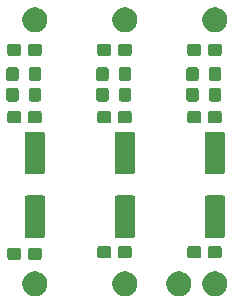
<source format=gbr>
G04 #@! TF.GenerationSoftware,KiCad,Pcbnew,(5.1.5-0-10_14)*
G04 #@! TF.CreationDate,2020-07-09T21:36:47+03:00*
G04 #@! TF.ProjectId,miniRGBii,6d696e69-5247-4426-9969-2e6b69636164,rev?*
G04 #@! TF.SameCoordinates,Original*
G04 #@! TF.FileFunction,Soldermask,Top*
G04 #@! TF.FilePolarity,Negative*
%FSLAX46Y46*%
G04 Gerber Fmt 4.6, Leading zero omitted, Abs format (unit mm)*
G04 Created by KiCad (PCBNEW (5.1.5-0-10_14)) date 2020-07-09 21:36:47*
%MOMM*%
%LPD*%
G04 APERTURE LIST*
%ADD10C,0.100000*%
G04 APERTURE END LIST*
D10*
G36*
X20118564Y-23373389D02*
G01*
X20309833Y-23452615D01*
X20309835Y-23452616D01*
X20481973Y-23567635D01*
X20628365Y-23714027D01*
X20743385Y-23886167D01*
X20822611Y-24077436D01*
X20863000Y-24280484D01*
X20863000Y-24487516D01*
X20822611Y-24690564D01*
X20743385Y-24881833D01*
X20743384Y-24881835D01*
X20628365Y-25053973D01*
X20481973Y-25200365D01*
X20309835Y-25315384D01*
X20309834Y-25315385D01*
X20309833Y-25315385D01*
X20118564Y-25394611D01*
X19915516Y-25435000D01*
X19708484Y-25435000D01*
X19505436Y-25394611D01*
X19314167Y-25315385D01*
X19314166Y-25315385D01*
X19314165Y-25315384D01*
X19142027Y-25200365D01*
X18995635Y-25053973D01*
X18880616Y-24881835D01*
X18880615Y-24881833D01*
X18801389Y-24690564D01*
X18761000Y-24487516D01*
X18761000Y-24280484D01*
X18801389Y-24077436D01*
X18880615Y-23886167D01*
X18995635Y-23714027D01*
X19142027Y-23567635D01*
X19314165Y-23452616D01*
X19314167Y-23452615D01*
X19505436Y-23373389D01*
X19708484Y-23333000D01*
X19915516Y-23333000D01*
X20118564Y-23373389D01*
G37*
G36*
X17070564Y-23373389D02*
G01*
X17261833Y-23452615D01*
X17261835Y-23452616D01*
X17433973Y-23567635D01*
X17580365Y-23714027D01*
X17695385Y-23886167D01*
X17774611Y-24077436D01*
X17815000Y-24280484D01*
X17815000Y-24487516D01*
X17774611Y-24690564D01*
X17695385Y-24881833D01*
X17695384Y-24881835D01*
X17580365Y-25053973D01*
X17433973Y-25200365D01*
X17261835Y-25315384D01*
X17261834Y-25315385D01*
X17261833Y-25315385D01*
X17070564Y-25394611D01*
X16867516Y-25435000D01*
X16660484Y-25435000D01*
X16457436Y-25394611D01*
X16266167Y-25315385D01*
X16266166Y-25315385D01*
X16266165Y-25315384D01*
X16094027Y-25200365D01*
X15947635Y-25053973D01*
X15832616Y-24881835D01*
X15832615Y-24881833D01*
X15753389Y-24690564D01*
X15713000Y-24487516D01*
X15713000Y-24280484D01*
X15753389Y-24077436D01*
X15832615Y-23886167D01*
X15947635Y-23714027D01*
X16094027Y-23567635D01*
X16266165Y-23452616D01*
X16266167Y-23452615D01*
X16457436Y-23373389D01*
X16660484Y-23333000D01*
X16867516Y-23333000D01*
X17070564Y-23373389D01*
G37*
G36*
X12498564Y-23373389D02*
G01*
X12689833Y-23452615D01*
X12689835Y-23452616D01*
X12861973Y-23567635D01*
X13008365Y-23714027D01*
X13123385Y-23886167D01*
X13202611Y-24077436D01*
X13243000Y-24280484D01*
X13243000Y-24487516D01*
X13202611Y-24690564D01*
X13123385Y-24881833D01*
X13123384Y-24881835D01*
X13008365Y-25053973D01*
X12861973Y-25200365D01*
X12689835Y-25315384D01*
X12689834Y-25315385D01*
X12689833Y-25315385D01*
X12498564Y-25394611D01*
X12295516Y-25435000D01*
X12088484Y-25435000D01*
X11885436Y-25394611D01*
X11694167Y-25315385D01*
X11694166Y-25315385D01*
X11694165Y-25315384D01*
X11522027Y-25200365D01*
X11375635Y-25053973D01*
X11260616Y-24881835D01*
X11260615Y-24881833D01*
X11181389Y-24690564D01*
X11141000Y-24487516D01*
X11141000Y-24280484D01*
X11181389Y-24077436D01*
X11260615Y-23886167D01*
X11375635Y-23714027D01*
X11522027Y-23567635D01*
X11694165Y-23452616D01*
X11694167Y-23452615D01*
X11885436Y-23373389D01*
X12088484Y-23333000D01*
X12295516Y-23333000D01*
X12498564Y-23373389D01*
G37*
G36*
X4878564Y-23373389D02*
G01*
X5069833Y-23452615D01*
X5069835Y-23452616D01*
X5241973Y-23567635D01*
X5388365Y-23714027D01*
X5503385Y-23886167D01*
X5582611Y-24077436D01*
X5623000Y-24280484D01*
X5623000Y-24487516D01*
X5582611Y-24690564D01*
X5503385Y-24881833D01*
X5503384Y-24881835D01*
X5388365Y-25053973D01*
X5241973Y-25200365D01*
X5069835Y-25315384D01*
X5069834Y-25315385D01*
X5069833Y-25315385D01*
X4878564Y-25394611D01*
X4675516Y-25435000D01*
X4468484Y-25435000D01*
X4265436Y-25394611D01*
X4074167Y-25315385D01*
X4074166Y-25315385D01*
X4074165Y-25315384D01*
X3902027Y-25200365D01*
X3755635Y-25053973D01*
X3640616Y-24881835D01*
X3640615Y-24881833D01*
X3561389Y-24690564D01*
X3521000Y-24487516D01*
X3521000Y-24280484D01*
X3561389Y-24077436D01*
X3640615Y-23886167D01*
X3755635Y-23714027D01*
X3902027Y-23567635D01*
X4074165Y-23452616D01*
X4074167Y-23452615D01*
X4265436Y-23373389D01*
X4468484Y-23333000D01*
X4675516Y-23333000D01*
X4878564Y-23373389D01*
G37*
G36*
X3236499Y-21322445D02*
G01*
X3273995Y-21333820D01*
X3308554Y-21352292D01*
X3338847Y-21377153D01*
X3363708Y-21407446D01*
X3382180Y-21442005D01*
X3393555Y-21479501D01*
X3398000Y-21524638D01*
X3398000Y-22163362D01*
X3393555Y-22208499D01*
X3382180Y-22245995D01*
X3363708Y-22280554D01*
X3338847Y-22310847D01*
X3308554Y-22335708D01*
X3273995Y-22354180D01*
X3236499Y-22365555D01*
X3191362Y-22370000D01*
X2452638Y-22370000D01*
X2407501Y-22365555D01*
X2370005Y-22354180D01*
X2335446Y-22335708D01*
X2305153Y-22310847D01*
X2280292Y-22280554D01*
X2261820Y-22245995D01*
X2250445Y-22208499D01*
X2246000Y-22163362D01*
X2246000Y-21524638D01*
X2250445Y-21479501D01*
X2261820Y-21442005D01*
X2280292Y-21407446D01*
X2305153Y-21377153D01*
X2335446Y-21352292D01*
X2370005Y-21333820D01*
X2407501Y-21322445D01*
X2452638Y-21318000D01*
X3191362Y-21318000D01*
X3236499Y-21322445D01*
G37*
G36*
X4986499Y-21322445D02*
G01*
X5023995Y-21333820D01*
X5058554Y-21352292D01*
X5088847Y-21377153D01*
X5113708Y-21407446D01*
X5132180Y-21442005D01*
X5143555Y-21479501D01*
X5148000Y-21524638D01*
X5148000Y-22163362D01*
X5143555Y-22208499D01*
X5132180Y-22245995D01*
X5113708Y-22280554D01*
X5088847Y-22310847D01*
X5058554Y-22335708D01*
X5023995Y-22354180D01*
X4986499Y-22365555D01*
X4941362Y-22370000D01*
X4202638Y-22370000D01*
X4157501Y-22365555D01*
X4120005Y-22354180D01*
X4085446Y-22335708D01*
X4055153Y-22310847D01*
X4030292Y-22280554D01*
X4011820Y-22245995D01*
X4000445Y-22208499D01*
X3996000Y-22163362D01*
X3996000Y-21524638D01*
X4000445Y-21479501D01*
X4011820Y-21442005D01*
X4030292Y-21407446D01*
X4055153Y-21377153D01*
X4085446Y-21352292D01*
X4120005Y-21333820D01*
X4157501Y-21322445D01*
X4202638Y-21318000D01*
X4941362Y-21318000D01*
X4986499Y-21322445D01*
G37*
G36*
X18476499Y-21195445D02*
G01*
X18513995Y-21206820D01*
X18548554Y-21225292D01*
X18578847Y-21250153D01*
X18603708Y-21280446D01*
X18622180Y-21315005D01*
X18633555Y-21352501D01*
X18638000Y-21397638D01*
X18638000Y-22036362D01*
X18633555Y-22081499D01*
X18622180Y-22118995D01*
X18603708Y-22153554D01*
X18578847Y-22183847D01*
X18548554Y-22208708D01*
X18513995Y-22227180D01*
X18476499Y-22238555D01*
X18431362Y-22243000D01*
X17692638Y-22243000D01*
X17647501Y-22238555D01*
X17610005Y-22227180D01*
X17575446Y-22208708D01*
X17545153Y-22183847D01*
X17520292Y-22153554D01*
X17501820Y-22118995D01*
X17490445Y-22081499D01*
X17486000Y-22036362D01*
X17486000Y-21397638D01*
X17490445Y-21352501D01*
X17501820Y-21315005D01*
X17520292Y-21280446D01*
X17545153Y-21250153D01*
X17575446Y-21225292D01*
X17610005Y-21206820D01*
X17647501Y-21195445D01*
X17692638Y-21191000D01*
X18431362Y-21191000D01*
X18476499Y-21195445D01*
G37*
G36*
X12606499Y-21195445D02*
G01*
X12643995Y-21206820D01*
X12678554Y-21225292D01*
X12708847Y-21250153D01*
X12733708Y-21280446D01*
X12752180Y-21315005D01*
X12763555Y-21352501D01*
X12768000Y-21397638D01*
X12768000Y-22036362D01*
X12763555Y-22081499D01*
X12752180Y-22118995D01*
X12733708Y-22153554D01*
X12708847Y-22183847D01*
X12678554Y-22208708D01*
X12643995Y-22227180D01*
X12606499Y-22238555D01*
X12561362Y-22243000D01*
X11822638Y-22243000D01*
X11777501Y-22238555D01*
X11740005Y-22227180D01*
X11705446Y-22208708D01*
X11675153Y-22183847D01*
X11650292Y-22153554D01*
X11631820Y-22118995D01*
X11620445Y-22081499D01*
X11616000Y-22036362D01*
X11616000Y-21397638D01*
X11620445Y-21352501D01*
X11631820Y-21315005D01*
X11650292Y-21280446D01*
X11675153Y-21250153D01*
X11705446Y-21225292D01*
X11740005Y-21206820D01*
X11777501Y-21195445D01*
X11822638Y-21191000D01*
X12561362Y-21191000D01*
X12606499Y-21195445D01*
G37*
G36*
X10856499Y-21195445D02*
G01*
X10893995Y-21206820D01*
X10928554Y-21225292D01*
X10958847Y-21250153D01*
X10983708Y-21280446D01*
X11002180Y-21315005D01*
X11013555Y-21352501D01*
X11018000Y-21397638D01*
X11018000Y-22036362D01*
X11013555Y-22081499D01*
X11002180Y-22118995D01*
X10983708Y-22153554D01*
X10958847Y-22183847D01*
X10928554Y-22208708D01*
X10893995Y-22227180D01*
X10856499Y-22238555D01*
X10811362Y-22243000D01*
X10072638Y-22243000D01*
X10027501Y-22238555D01*
X9990005Y-22227180D01*
X9955446Y-22208708D01*
X9925153Y-22183847D01*
X9900292Y-22153554D01*
X9881820Y-22118995D01*
X9870445Y-22081499D01*
X9866000Y-22036362D01*
X9866000Y-21397638D01*
X9870445Y-21352501D01*
X9881820Y-21315005D01*
X9900292Y-21280446D01*
X9925153Y-21250153D01*
X9955446Y-21225292D01*
X9990005Y-21206820D01*
X10027501Y-21195445D01*
X10072638Y-21191000D01*
X10811362Y-21191000D01*
X10856499Y-21195445D01*
G37*
G36*
X20226499Y-21195445D02*
G01*
X20263995Y-21206820D01*
X20298554Y-21225292D01*
X20328847Y-21250153D01*
X20353708Y-21280446D01*
X20372180Y-21315005D01*
X20383555Y-21352501D01*
X20388000Y-21397638D01*
X20388000Y-22036362D01*
X20383555Y-22081499D01*
X20372180Y-22118995D01*
X20353708Y-22153554D01*
X20328847Y-22183847D01*
X20298554Y-22208708D01*
X20263995Y-22227180D01*
X20226499Y-22238555D01*
X20181362Y-22243000D01*
X19442638Y-22243000D01*
X19397501Y-22238555D01*
X19360005Y-22227180D01*
X19325446Y-22208708D01*
X19295153Y-22183847D01*
X19270292Y-22153554D01*
X19251820Y-22118995D01*
X19240445Y-22081499D01*
X19236000Y-22036362D01*
X19236000Y-21397638D01*
X19240445Y-21352501D01*
X19251820Y-21315005D01*
X19270292Y-21280446D01*
X19295153Y-21250153D01*
X19325446Y-21225292D01*
X19360005Y-21206820D01*
X19397501Y-21195445D01*
X19442638Y-21191000D01*
X20181362Y-21191000D01*
X20226499Y-21195445D01*
G37*
G36*
X20517997Y-16905051D02*
G01*
X20551652Y-16915261D01*
X20582665Y-16931838D01*
X20609851Y-16954149D01*
X20632162Y-16981335D01*
X20648739Y-17012348D01*
X20658949Y-17046003D01*
X20663000Y-17087138D01*
X20663000Y-20316862D01*
X20658949Y-20357997D01*
X20648739Y-20391652D01*
X20632162Y-20422665D01*
X20609851Y-20449851D01*
X20582665Y-20472162D01*
X20551652Y-20488739D01*
X20517997Y-20498949D01*
X20476862Y-20503000D01*
X19147138Y-20503000D01*
X19106003Y-20498949D01*
X19072348Y-20488739D01*
X19041335Y-20472162D01*
X19014149Y-20449851D01*
X18991838Y-20422665D01*
X18975261Y-20391652D01*
X18965051Y-20357997D01*
X18961000Y-20316862D01*
X18961000Y-17087138D01*
X18965051Y-17046003D01*
X18975261Y-17012348D01*
X18991838Y-16981335D01*
X19014149Y-16954149D01*
X19041335Y-16931838D01*
X19072348Y-16915261D01*
X19106003Y-16905051D01*
X19147138Y-16901000D01*
X20476862Y-16901000D01*
X20517997Y-16905051D01*
G37*
G36*
X12897997Y-16905051D02*
G01*
X12931652Y-16915261D01*
X12962665Y-16931838D01*
X12989851Y-16954149D01*
X13012162Y-16981335D01*
X13028739Y-17012348D01*
X13038949Y-17046003D01*
X13043000Y-17087138D01*
X13043000Y-20316862D01*
X13038949Y-20357997D01*
X13028739Y-20391652D01*
X13012162Y-20422665D01*
X12989851Y-20449851D01*
X12962665Y-20472162D01*
X12931652Y-20488739D01*
X12897997Y-20498949D01*
X12856862Y-20503000D01*
X11527138Y-20503000D01*
X11486003Y-20498949D01*
X11452348Y-20488739D01*
X11421335Y-20472162D01*
X11394149Y-20449851D01*
X11371838Y-20422665D01*
X11355261Y-20391652D01*
X11345051Y-20357997D01*
X11341000Y-20316862D01*
X11341000Y-17087138D01*
X11345051Y-17046003D01*
X11355261Y-17012348D01*
X11371838Y-16981335D01*
X11394149Y-16954149D01*
X11421335Y-16931838D01*
X11452348Y-16915261D01*
X11486003Y-16905051D01*
X11527138Y-16901000D01*
X12856862Y-16901000D01*
X12897997Y-16905051D01*
G37*
G36*
X5277997Y-16905051D02*
G01*
X5311652Y-16915261D01*
X5342665Y-16931838D01*
X5369851Y-16954149D01*
X5392162Y-16981335D01*
X5408739Y-17012348D01*
X5418949Y-17046003D01*
X5423000Y-17087138D01*
X5423000Y-20316862D01*
X5418949Y-20357997D01*
X5408739Y-20391652D01*
X5392162Y-20422665D01*
X5369851Y-20449851D01*
X5342665Y-20472162D01*
X5311652Y-20488739D01*
X5277997Y-20498949D01*
X5236862Y-20503000D01*
X3907138Y-20503000D01*
X3866003Y-20498949D01*
X3832348Y-20488739D01*
X3801335Y-20472162D01*
X3774149Y-20449851D01*
X3751838Y-20422665D01*
X3735261Y-20391652D01*
X3725051Y-20357997D01*
X3721000Y-20316862D01*
X3721000Y-17087138D01*
X3725051Y-17046003D01*
X3735261Y-17012348D01*
X3751838Y-16981335D01*
X3774149Y-16954149D01*
X3801335Y-16931838D01*
X3832348Y-16915261D01*
X3866003Y-16905051D01*
X3907138Y-16901000D01*
X5236862Y-16901000D01*
X5277997Y-16905051D01*
G37*
G36*
X20517997Y-11505051D02*
G01*
X20551652Y-11515261D01*
X20582665Y-11531838D01*
X20609851Y-11554149D01*
X20632162Y-11581335D01*
X20648739Y-11612348D01*
X20658949Y-11646003D01*
X20663000Y-11687138D01*
X20663000Y-14916862D01*
X20658949Y-14957997D01*
X20648739Y-14991652D01*
X20632162Y-15022665D01*
X20609851Y-15049851D01*
X20582665Y-15072162D01*
X20551652Y-15088739D01*
X20517997Y-15098949D01*
X20476862Y-15103000D01*
X19147138Y-15103000D01*
X19106003Y-15098949D01*
X19072348Y-15088739D01*
X19041335Y-15072162D01*
X19014149Y-15049851D01*
X18991838Y-15022665D01*
X18975261Y-14991652D01*
X18965051Y-14957997D01*
X18961000Y-14916862D01*
X18961000Y-11687138D01*
X18965051Y-11646003D01*
X18975261Y-11612348D01*
X18991838Y-11581335D01*
X19014149Y-11554149D01*
X19041335Y-11531838D01*
X19072348Y-11515261D01*
X19106003Y-11505051D01*
X19147138Y-11501000D01*
X20476862Y-11501000D01*
X20517997Y-11505051D01*
G37*
G36*
X12897997Y-11505051D02*
G01*
X12931652Y-11515261D01*
X12962665Y-11531838D01*
X12989851Y-11554149D01*
X13012162Y-11581335D01*
X13028739Y-11612348D01*
X13038949Y-11646003D01*
X13043000Y-11687138D01*
X13043000Y-14916862D01*
X13038949Y-14957997D01*
X13028739Y-14991652D01*
X13012162Y-15022665D01*
X12989851Y-15049851D01*
X12962665Y-15072162D01*
X12931652Y-15088739D01*
X12897997Y-15098949D01*
X12856862Y-15103000D01*
X11527138Y-15103000D01*
X11486003Y-15098949D01*
X11452348Y-15088739D01*
X11421335Y-15072162D01*
X11394149Y-15049851D01*
X11371838Y-15022665D01*
X11355261Y-14991652D01*
X11345051Y-14957997D01*
X11341000Y-14916862D01*
X11341000Y-11687138D01*
X11345051Y-11646003D01*
X11355261Y-11612348D01*
X11371838Y-11581335D01*
X11394149Y-11554149D01*
X11421335Y-11531838D01*
X11452348Y-11515261D01*
X11486003Y-11505051D01*
X11527138Y-11501000D01*
X12856862Y-11501000D01*
X12897997Y-11505051D01*
G37*
G36*
X5277997Y-11505051D02*
G01*
X5311652Y-11515261D01*
X5342665Y-11531838D01*
X5369851Y-11554149D01*
X5392162Y-11581335D01*
X5408739Y-11612348D01*
X5418949Y-11646003D01*
X5423000Y-11687138D01*
X5423000Y-14916862D01*
X5418949Y-14957997D01*
X5408739Y-14991652D01*
X5392162Y-15022665D01*
X5369851Y-15049851D01*
X5342665Y-15072162D01*
X5311652Y-15088739D01*
X5277997Y-15098949D01*
X5236862Y-15103000D01*
X3907138Y-15103000D01*
X3866003Y-15098949D01*
X3832348Y-15088739D01*
X3801335Y-15072162D01*
X3774149Y-15049851D01*
X3751838Y-15022665D01*
X3735261Y-14991652D01*
X3725051Y-14957997D01*
X3721000Y-14916862D01*
X3721000Y-11687138D01*
X3725051Y-11646003D01*
X3735261Y-11612348D01*
X3751838Y-11581335D01*
X3774149Y-11554149D01*
X3801335Y-11531838D01*
X3832348Y-11515261D01*
X3866003Y-11505051D01*
X3907138Y-11501000D01*
X5236862Y-11501000D01*
X5277997Y-11505051D01*
G37*
G36*
X3236499Y-9765445D02*
G01*
X3273995Y-9776820D01*
X3308554Y-9795292D01*
X3338847Y-9820153D01*
X3363708Y-9850446D01*
X3382180Y-9885005D01*
X3393555Y-9922501D01*
X3398000Y-9967638D01*
X3398000Y-10606362D01*
X3393555Y-10651499D01*
X3382180Y-10688995D01*
X3363708Y-10723554D01*
X3338847Y-10753847D01*
X3308554Y-10778708D01*
X3273995Y-10797180D01*
X3236499Y-10808555D01*
X3191362Y-10813000D01*
X2452638Y-10813000D01*
X2407501Y-10808555D01*
X2370005Y-10797180D01*
X2335446Y-10778708D01*
X2305153Y-10753847D01*
X2280292Y-10723554D01*
X2261820Y-10688995D01*
X2250445Y-10651499D01*
X2246000Y-10606362D01*
X2246000Y-9967638D01*
X2250445Y-9922501D01*
X2261820Y-9885005D01*
X2280292Y-9850446D01*
X2305153Y-9820153D01*
X2335446Y-9795292D01*
X2370005Y-9776820D01*
X2407501Y-9765445D01*
X2452638Y-9761000D01*
X3191362Y-9761000D01*
X3236499Y-9765445D01*
G37*
G36*
X4986499Y-9765445D02*
G01*
X5023995Y-9776820D01*
X5058554Y-9795292D01*
X5088847Y-9820153D01*
X5113708Y-9850446D01*
X5132180Y-9885005D01*
X5143555Y-9922501D01*
X5148000Y-9967638D01*
X5148000Y-10606362D01*
X5143555Y-10651499D01*
X5132180Y-10688995D01*
X5113708Y-10723554D01*
X5088847Y-10753847D01*
X5058554Y-10778708D01*
X5023995Y-10797180D01*
X4986499Y-10808555D01*
X4941362Y-10813000D01*
X4202638Y-10813000D01*
X4157501Y-10808555D01*
X4120005Y-10797180D01*
X4085446Y-10778708D01*
X4055153Y-10753847D01*
X4030292Y-10723554D01*
X4011820Y-10688995D01*
X4000445Y-10651499D01*
X3996000Y-10606362D01*
X3996000Y-9967638D01*
X4000445Y-9922501D01*
X4011820Y-9885005D01*
X4030292Y-9850446D01*
X4055153Y-9820153D01*
X4085446Y-9795292D01*
X4120005Y-9776820D01*
X4157501Y-9765445D01*
X4202638Y-9761000D01*
X4941362Y-9761000D01*
X4986499Y-9765445D01*
G37*
G36*
X12606499Y-9765445D02*
G01*
X12643995Y-9776820D01*
X12678554Y-9795292D01*
X12708847Y-9820153D01*
X12733708Y-9850446D01*
X12752180Y-9885005D01*
X12763555Y-9922501D01*
X12768000Y-9967638D01*
X12768000Y-10606362D01*
X12763555Y-10651499D01*
X12752180Y-10688995D01*
X12733708Y-10723554D01*
X12708847Y-10753847D01*
X12678554Y-10778708D01*
X12643995Y-10797180D01*
X12606499Y-10808555D01*
X12561362Y-10813000D01*
X11822638Y-10813000D01*
X11777501Y-10808555D01*
X11740005Y-10797180D01*
X11705446Y-10778708D01*
X11675153Y-10753847D01*
X11650292Y-10723554D01*
X11631820Y-10688995D01*
X11620445Y-10651499D01*
X11616000Y-10606362D01*
X11616000Y-9967638D01*
X11620445Y-9922501D01*
X11631820Y-9885005D01*
X11650292Y-9850446D01*
X11675153Y-9820153D01*
X11705446Y-9795292D01*
X11740005Y-9776820D01*
X11777501Y-9765445D01*
X11822638Y-9761000D01*
X12561362Y-9761000D01*
X12606499Y-9765445D01*
G37*
G36*
X20226499Y-9765445D02*
G01*
X20263995Y-9776820D01*
X20298554Y-9795292D01*
X20328847Y-9820153D01*
X20353708Y-9850446D01*
X20372180Y-9885005D01*
X20383555Y-9922501D01*
X20388000Y-9967638D01*
X20388000Y-10606362D01*
X20383555Y-10651499D01*
X20372180Y-10688995D01*
X20353708Y-10723554D01*
X20328847Y-10753847D01*
X20298554Y-10778708D01*
X20263995Y-10797180D01*
X20226499Y-10808555D01*
X20181362Y-10813000D01*
X19442638Y-10813000D01*
X19397501Y-10808555D01*
X19360005Y-10797180D01*
X19325446Y-10778708D01*
X19295153Y-10753847D01*
X19270292Y-10723554D01*
X19251820Y-10688995D01*
X19240445Y-10651499D01*
X19236000Y-10606362D01*
X19236000Y-9967638D01*
X19240445Y-9922501D01*
X19251820Y-9885005D01*
X19270292Y-9850446D01*
X19295153Y-9820153D01*
X19325446Y-9795292D01*
X19360005Y-9776820D01*
X19397501Y-9765445D01*
X19442638Y-9761000D01*
X20181362Y-9761000D01*
X20226499Y-9765445D01*
G37*
G36*
X18476499Y-9765445D02*
G01*
X18513995Y-9776820D01*
X18548554Y-9795292D01*
X18578847Y-9820153D01*
X18603708Y-9850446D01*
X18622180Y-9885005D01*
X18633555Y-9922501D01*
X18638000Y-9967638D01*
X18638000Y-10606362D01*
X18633555Y-10651499D01*
X18622180Y-10688995D01*
X18603708Y-10723554D01*
X18578847Y-10753847D01*
X18548554Y-10778708D01*
X18513995Y-10797180D01*
X18476499Y-10808555D01*
X18431362Y-10813000D01*
X17692638Y-10813000D01*
X17647501Y-10808555D01*
X17610005Y-10797180D01*
X17575446Y-10778708D01*
X17545153Y-10753847D01*
X17520292Y-10723554D01*
X17501820Y-10688995D01*
X17490445Y-10651499D01*
X17486000Y-10606362D01*
X17486000Y-9967638D01*
X17490445Y-9922501D01*
X17501820Y-9885005D01*
X17520292Y-9850446D01*
X17545153Y-9820153D01*
X17575446Y-9795292D01*
X17610005Y-9776820D01*
X17647501Y-9765445D01*
X17692638Y-9761000D01*
X18431362Y-9761000D01*
X18476499Y-9765445D01*
G37*
G36*
X10856499Y-9765445D02*
G01*
X10893995Y-9776820D01*
X10928554Y-9795292D01*
X10958847Y-9820153D01*
X10983708Y-9850446D01*
X11002180Y-9885005D01*
X11013555Y-9922501D01*
X11018000Y-9967638D01*
X11018000Y-10606362D01*
X11013555Y-10651499D01*
X11002180Y-10688995D01*
X10983708Y-10723554D01*
X10958847Y-10753847D01*
X10928554Y-10778708D01*
X10893995Y-10797180D01*
X10856499Y-10808555D01*
X10811362Y-10813000D01*
X10072638Y-10813000D01*
X10027501Y-10808555D01*
X9990005Y-10797180D01*
X9955446Y-10778708D01*
X9925153Y-10753847D01*
X9900292Y-10723554D01*
X9881820Y-10688995D01*
X9870445Y-10651499D01*
X9866000Y-10606362D01*
X9866000Y-9967638D01*
X9870445Y-9922501D01*
X9881820Y-9885005D01*
X9900292Y-9850446D01*
X9925153Y-9820153D01*
X9955446Y-9795292D01*
X9990005Y-9776820D01*
X10027501Y-9765445D01*
X10072638Y-9761000D01*
X10811362Y-9761000D01*
X10856499Y-9765445D01*
G37*
G36*
X4936499Y-7810445D02*
G01*
X4973995Y-7821820D01*
X5008554Y-7840292D01*
X5038847Y-7865153D01*
X5063708Y-7895446D01*
X5082180Y-7930005D01*
X5093555Y-7967501D01*
X5098000Y-8012638D01*
X5098000Y-8751362D01*
X5093555Y-8796499D01*
X5082180Y-8833995D01*
X5063708Y-8868554D01*
X5038847Y-8898847D01*
X5008554Y-8923708D01*
X4973995Y-8942180D01*
X4936499Y-8953555D01*
X4891362Y-8958000D01*
X4252638Y-8958000D01*
X4207501Y-8953555D01*
X4170005Y-8942180D01*
X4135446Y-8923708D01*
X4105153Y-8898847D01*
X4080292Y-8868554D01*
X4061820Y-8833995D01*
X4050445Y-8796499D01*
X4046000Y-8751362D01*
X4046000Y-8012638D01*
X4050445Y-7967501D01*
X4061820Y-7930005D01*
X4080292Y-7895446D01*
X4105153Y-7865153D01*
X4135446Y-7840292D01*
X4170005Y-7821820D01*
X4207501Y-7810445D01*
X4252638Y-7806000D01*
X4891362Y-7806000D01*
X4936499Y-7810445D01*
G37*
G36*
X12556499Y-7810445D02*
G01*
X12593995Y-7821820D01*
X12628554Y-7840292D01*
X12658847Y-7865153D01*
X12683708Y-7895446D01*
X12702180Y-7930005D01*
X12713555Y-7967501D01*
X12718000Y-8012638D01*
X12718000Y-8751362D01*
X12713555Y-8796499D01*
X12702180Y-8833995D01*
X12683708Y-8868554D01*
X12658847Y-8898847D01*
X12628554Y-8923708D01*
X12593995Y-8942180D01*
X12556499Y-8953555D01*
X12511362Y-8958000D01*
X11872638Y-8958000D01*
X11827501Y-8953555D01*
X11790005Y-8942180D01*
X11755446Y-8923708D01*
X11725153Y-8898847D01*
X11700292Y-8868554D01*
X11681820Y-8833995D01*
X11670445Y-8796499D01*
X11666000Y-8751362D01*
X11666000Y-8012638D01*
X11670445Y-7967501D01*
X11681820Y-7930005D01*
X11700292Y-7895446D01*
X11725153Y-7865153D01*
X11755446Y-7840292D01*
X11790005Y-7821820D01*
X11827501Y-7810445D01*
X11872638Y-7806000D01*
X12511362Y-7806000D01*
X12556499Y-7810445D01*
G37*
G36*
X18271499Y-7810445D02*
G01*
X18308995Y-7821820D01*
X18343554Y-7840292D01*
X18373847Y-7865153D01*
X18398708Y-7895446D01*
X18417180Y-7930005D01*
X18428555Y-7967501D01*
X18433000Y-8012638D01*
X18433000Y-8751362D01*
X18428555Y-8796499D01*
X18417180Y-8833995D01*
X18398708Y-8868554D01*
X18373847Y-8898847D01*
X18343554Y-8923708D01*
X18308995Y-8942180D01*
X18271499Y-8953555D01*
X18226362Y-8958000D01*
X17587638Y-8958000D01*
X17542501Y-8953555D01*
X17505005Y-8942180D01*
X17470446Y-8923708D01*
X17440153Y-8898847D01*
X17415292Y-8868554D01*
X17396820Y-8833995D01*
X17385445Y-8796499D01*
X17381000Y-8751362D01*
X17381000Y-8012638D01*
X17385445Y-7967501D01*
X17396820Y-7930005D01*
X17415292Y-7895446D01*
X17440153Y-7865153D01*
X17470446Y-7840292D01*
X17505005Y-7821820D01*
X17542501Y-7810445D01*
X17587638Y-7806000D01*
X18226362Y-7806000D01*
X18271499Y-7810445D01*
G37*
G36*
X20176499Y-7810445D02*
G01*
X20213995Y-7821820D01*
X20248554Y-7840292D01*
X20278847Y-7865153D01*
X20303708Y-7895446D01*
X20322180Y-7930005D01*
X20333555Y-7967501D01*
X20338000Y-8012638D01*
X20338000Y-8751362D01*
X20333555Y-8796499D01*
X20322180Y-8833995D01*
X20303708Y-8868554D01*
X20278847Y-8898847D01*
X20248554Y-8923708D01*
X20213995Y-8942180D01*
X20176499Y-8953555D01*
X20131362Y-8958000D01*
X19492638Y-8958000D01*
X19447501Y-8953555D01*
X19410005Y-8942180D01*
X19375446Y-8923708D01*
X19345153Y-8898847D01*
X19320292Y-8868554D01*
X19301820Y-8833995D01*
X19290445Y-8796499D01*
X19286000Y-8751362D01*
X19286000Y-8012638D01*
X19290445Y-7967501D01*
X19301820Y-7930005D01*
X19320292Y-7895446D01*
X19345153Y-7865153D01*
X19375446Y-7840292D01*
X19410005Y-7821820D01*
X19447501Y-7810445D01*
X19492638Y-7806000D01*
X20131362Y-7806000D01*
X20176499Y-7810445D01*
G37*
G36*
X3031499Y-7810445D02*
G01*
X3068995Y-7821820D01*
X3103554Y-7840292D01*
X3133847Y-7865153D01*
X3158708Y-7895446D01*
X3177180Y-7930005D01*
X3188555Y-7967501D01*
X3193000Y-8012638D01*
X3193000Y-8751362D01*
X3188555Y-8796499D01*
X3177180Y-8833995D01*
X3158708Y-8868554D01*
X3133847Y-8898847D01*
X3103554Y-8923708D01*
X3068995Y-8942180D01*
X3031499Y-8953555D01*
X2986362Y-8958000D01*
X2347638Y-8958000D01*
X2302501Y-8953555D01*
X2265005Y-8942180D01*
X2230446Y-8923708D01*
X2200153Y-8898847D01*
X2175292Y-8868554D01*
X2156820Y-8833995D01*
X2145445Y-8796499D01*
X2141000Y-8751362D01*
X2141000Y-8012638D01*
X2145445Y-7967501D01*
X2156820Y-7930005D01*
X2175292Y-7895446D01*
X2200153Y-7865153D01*
X2230446Y-7840292D01*
X2265005Y-7821820D01*
X2302501Y-7810445D01*
X2347638Y-7806000D01*
X2986362Y-7806000D01*
X3031499Y-7810445D01*
G37*
G36*
X10651499Y-7810445D02*
G01*
X10688995Y-7821820D01*
X10723554Y-7840292D01*
X10753847Y-7865153D01*
X10778708Y-7895446D01*
X10797180Y-7930005D01*
X10808555Y-7967501D01*
X10813000Y-8012638D01*
X10813000Y-8751362D01*
X10808555Y-8796499D01*
X10797180Y-8833995D01*
X10778708Y-8868554D01*
X10753847Y-8898847D01*
X10723554Y-8923708D01*
X10688995Y-8942180D01*
X10651499Y-8953555D01*
X10606362Y-8958000D01*
X9967638Y-8958000D01*
X9922501Y-8953555D01*
X9885005Y-8942180D01*
X9850446Y-8923708D01*
X9820153Y-8898847D01*
X9795292Y-8868554D01*
X9776820Y-8833995D01*
X9765445Y-8796499D01*
X9761000Y-8751362D01*
X9761000Y-8012638D01*
X9765445Y-7967501D01*
X9776820Y-7930005D01*
X9795292Y-7895446D01*
X9820153Y-7865153D01*
X9850446Y-7840292D01*
X9885005Y-7821820D01*
X9922501Y-7810445D01*
X9967638Y-7806000D01*
X10606362Y-7806000D01*
X10651499Y-7810445D01*
G37*
G36*
X4936499Y-6060445D02*
G01*
X4973995Y-6071820D01*
X5008554Y-6090292D01*
X5038847Y-6115153D01*
X5063708Y-6145446D01*
X5082180Y-6180005D01*
X5093555Y-6217501D01*
X5098000Y-6262638D01*
X5098000Y-7001362D01*
X5093555Y-7046499D01*
X5082180Y-7083995D01*
X5063708Y-7118554D01*
X5038847Y-7148847D01*
X5008554Y-7173708D01*
X4973995Y-7192180D01*
X4936499Y-7203555D01*
X4891362Y-7208000D01*
X4252638Y-7208000D01*
X4207501Y-7203555D01*
X4170005Y-7192180D01*
X4135446Y-7173708D01*
X4105153Y-7148847D01*
X4080292Y-7118554D01*
X4061820Y-7083995D01*
X4050445Y-7046499D01*
X4046000Y-7001362D01*
X4046000Y-6262638D01*
X4050445Y-6217501D01*
X4061820Y-6180005D01*
X4080292Y-6145446D01*
X4105153Y-6115153D01*
X4135446Y-6090292D01*
X4170005Y-6071820D01*
X4207501Y-6060445D01*
X4252638Y-6056000D01*
X4891362Y-6056000D01*
X4936499Y-6060445D01*
G37*
G36*
X18271499Y-6060445D02*
G01*
X18308995Y-6071820D01*
X18343554Y-6090292D01*
X18373847Y-6115153D01*
X18398708Y-6145446D01*
X18417180Y-6180005D01*
X18428555Y-6217501D01*
X18433000Y-6262638D01*
X18433000Y-7001362D01*
X18428555Y-7046499D01*
X18417180Y-7083995D01*
X18398708Y-7118554D01*
X18373847Y-7148847D01*
X18343554Y-7173708D01*
X18308995Y-7192180D01*
X18271499Y-7203555D01*
X18226362Y-7208000D01*
X17587638Y-7208000D01*
X17542501Y-7203555D01*
X17505005Y-7192180D01*
X17470446Y-7173708D01*
X17440153Y-7148847D01*
X17415292Y-7118554D01*
X17396820Y-7083995D01*
X17385445Y-7046499D01*
X17381000Y-7001362D01*
X17381000Y-6262638D01*
X17385445Y-6217501D01*
X17396820Y-6180005D01*
X17415292Y-6145446D01*
X17440153Y-6115153D01*
X17470446Y-6090292D01*
X17505005Y-6071820D01*
X17542501Y-6060445D01*
X17587638Y-6056000D01*
X18226362Y-6056000D01*
X18271499Y-6060445D01*
G37*
G36*
X12556499Y-6060445D02*
G01*
X12593995Y-6071820D01*
X12628554Y-6090292D01*
X12658847Y-6115153D01*
X12683708Y-6145446D01*
X12702180Y-6180005D01*
X12713555Y-6217501D01*
X12718000Y-6262638D01*
X12718000Y-7001362D01*
X12713555Y-7046499D01*
X12702180Y-7083995D01*
X12683708Y-7118554D01*
X12658847Y-7148847D01*
X12628554Y-7173708D01*
X12593995Y-7192180D01*
X12556499Y-7203555D01*
X12511362Y-7208000D01*
X11872638Y-7208000D01*
X11827501Y-7203555D01*
X11790005Y-7192180D01*
X11755446Y-7173708D01*
X11725153Y-7148847D01*
X11700292Y-7118554D01*
X11681820Y-7083995D01*
X11670445Y-7046499D01*
X11666000Y-7001362D01*
X11666000Y-6262638D01*
X11670445Y-6217501D01*
X11681820Y-6180005D01*
X11700292Y-6145446D01*
X11725153Y-6115153D01*
X11755446Y-6090292D01*
X11790005Y-6071820D01*
X11827501Y-6060445D01*
X11872638Y-6056000D01*
X12511362Y-6056000D01*
X12556499Y-6060445D01*
G37*
G36*
X20176499Y-6060445D02*
G01*
X20213995Y-6071820D01*
X20248554Y-6090292D01*
X20278847Y-6115153D01*
X20303708Y-6145446D01*
X20322180Y-6180005D01*
X20333555Y-6217501D01*
X20338000Y-6262638D01*
X20338000Y-7001362D01*
X20333555Y-7046499D01*
X20322180Y-7083995D01*
X20303708Y-7118554D01*
X20278847Y-7148847D01*
X20248554Y-7173708D01*
X20213995Y-7192180D01*
X20176499Y-7203555D01*
X20131362Y-7208000D01*
X19492638Y-7208000D01*
X19447501Y-7203555D01*
X19410005Y-7192180D01*
X19375446Y-7173708D01*
X19345153Y-7148847D01*
X19320292Y-7118554D01*
X19301820Y-7083995D01*
X19290445Y-7046499D01*
X19286000Y-7001362D01*
X19286000Y-6262638D01*
X19290445Y-6217501D01*
X19301820Y-6180005D01*
X19320292Y-6145446D01*
X19345153Y-6115153D01*
X19375446Y-6090292D01*
X19410005Y-6071820D01*
X19447501Y-6060445D01*
X19492638Y-6056000D01*
X20131362Y-6056000D01*
X20176499Y-6060445D01*
G37*
G36*
X3031499Y-6060445D02*
G01*
X3068995Y-6071820D01*
X3103554Y-6090292D01*
X3133847Y-6115153D01*
X3158708Y-6145446D01*
X3177180Y-6180005D01*
X3188555Y-6217501D01*
X3193000Y-6262638D01*
X3193000Y-7001362D01*
X3188555Y-7046499D01*
X3177180Y-7083995D01*
X3158708Y-7118554D01*
X3133847Y-7148847D01*
X3103554Y-7173708D01*
X3068995Y-7192180D01*
X3031499Y-7203555D01*
X2986362Y-7208000D01*
X2347638Y-7208000D01*
X2302501Y-7203555D01*
X2265005Y-7192180D01*
X2230446Y-7173708D01*
X2200153Y-7148847D01*
X2175292Y-7118554D01*
X2156820Y-7083995D01*
X2145445Y-7046499D01*
X2141000Y-7001362D01*
X2141000Y-6262638D01*
X2145445Y-6217501D01*
X2156820Y-6180005D01*
X2175292Y-6145446D01*
X2200153Y-6115153D01*
X2230446Y-6090292D01*
X2265005Y-6071820D01*
X2302501Y-6060445D01*
X2347638Y-6056000D01*
X2986362Y-6056000D01*
X3031499Y-6060445D01*
G37*
G36*
X10651499Y-6060445D02*
G01*
X10688995Y-6071820D01*
X10723554Y-6090292D01*
X10753847Y-6115153D01*
X10778708Y-6145446D01*
X10797180Y-6180005D01*
X10808555Y-6217501D01*
X10813000Y-6262638D01*
X10813000Y-7001362D01*
X10808555Y-7046499D01*
X10797180Y-7083995D01*
X10778708Y-7118554D01*
X10753847Y-7148847D01*
X10723554Y-7173708D01*
X10688995Y-7192180D01*
X10651499Y-7203555D01*
X10606362Y-7208000D01*
X9967638Y-7208000D01*
X9922501Y-7203555D01*
X9885005Y-7192180D01*
X9850446Y-7173708D01*
X9820153Y-7148847D01*
X9795292Y-7118554D01*
X9776820Y-7083995D01*
X9765445Y-7046499D01*
X9761000Y-7001362D01*
X9761000Y-6262638D01*
X9765445Y-6217501D01*
X9776820Y-6180005D01*
X9795292Y-6145446D01*
X9820153Y-6115153D01*
X9850446Y-6090292D01*
X9885005Y-6071820D01*
X9922501Y-6060445D01*
X9967638Y-6056000D01*
X10606362Y-6056000D01*
X10651499Y-6060445D01*
G37*
G36*
X20226499Y-4050445D02*
G01*
X20263995Y-4061820D01*
X20298554Y-4080292D01*
X20328847Y-4105153D01*
X20353708Y-4135446D01*
X20372180Y-4170005D01*
X20383555Y-4207501D01*
X20388000Y-4252638D01*
X20388000Y-4891362D01*
X20383555Y-4936499D01*
X20372180Y-4973995D01*
X20353708Y-5008554D01*
X20328847Y-5038847D01*
X20298554Y-5063708D01*
X20263995Y-5082180D01*
X20226499Y-5093555D01*
X20181362Y-5098000D01*
X19442638Y-5098000D01*
X19397501Y-5093555D01*
X19360005Y-5082180D01*
X19325446Y-5063708D01*
X19295153Y-5038847D01*
X19270292Y-5008554D01*
X19251820Y-4973995D01*
X19240445Y-4936499D01*
X19236000Y-4891362D01*
X19236000Y-4252638D01*
X19240445Y-4207501D01*
X19251820Y-4170005D01*
X19270292Y-4135446D01*
X19295153Y-4105153D01*
X19325446Y-4080292D01*
X19360005Y-4061820D01*
X19397501Y-4050445D01*
X19442638Y-4046000D01*
X20181362Y-4046000D01*
X20226499Y-4050445D01*
G37*
G36*
X18476499Y-4050445D02*
G01*
X18513995Y-4061820D01*
X18548554Y-4080292D01*
X18578847Y-4105153D01*
X18603708Y-4135446D01*
X18622180Y-4170005D01*
X18633555Y-4207501D01*
X18638000Y-4252638D01*
X18638000Y-4891362D01*
X18633555Y-4936499D01*
X18622180Y-4973995D01*
X18603708Y-5008554D01*
X18578847Y-5038847D01*
X18548554Y-5063708D01*
X18513995Y-5082180D01*
X18476499Y-5093555D01*
X18431362Y-5098000D01*
X17692638Y-5098000D01*
X17647501Y-5093555D01*
X17610005Y-5082180D01*
X17575446Y-5063708D01*
X17545153Y-5038847D01*
X17520292Y-5008554D01*
X17501820Y-4973995D01*
X17490445Y-4936499D01*
X17486000Y-4891362D01*
X17486000Y-4252638D01*
X17490445Y-4207501D01*
X17501820Y-4170005D01*
X17520292Y-4135446D01*
X17545153Y-4105153D01*
X17575446Y-4080292D01*
X17610005Y-4061820D01*
X17647501Y-4050445D01*
X17692638Y-4046000D01*
X18431362Y-4046000D01*
X18476499Y-4050445D01*
G37*
G36*
X12606499Y-4050445D02*
G01*
X12643995Y-4061820D01*
X12678554Y-4080292D01*
X12708847Y-4105153D01*
X12733708Y-4135446D01*
X12752180Y-4170005D01*
X12763555Y-4207501D01*
X12768000Y-4252638D01*
X12768000Y-4891362D01*
X12763555Y-4936499D01*
X12752180Y-4973995D01*
X12733708Y-5008554D01*
X12708847Y-5038847D01*
X12678554Y-5063708D01*
X12643995Y-5082180D01*
X12606499Y-5093555D01*
X12561362Y-5098000D01*
X11822638Y-5098000D01*
X11777501Y-5093555D01*
X11740005Y-5082180D01*
X11705446Y-5063708D01*
X11675153Y-5038847D01*
X11650292Y-5008554D01*
X11631820Y-4973995D01*
X11620445Y-4936499D01*
X11616000Y-4891362D01*
X11616000Y-4252638D01*
X11620445Y-4207501D01*
X11631820Y-4170005D01*
X11650292Y-4135446D01*
X11675153Y-4105153D01*
X11705446Y-4080292D01*
X11740005Y-4061820D01*
X11777501Y-4050445D01*
X11822638Y-4046000D01*
X12561362Y-4046000D01*
X12606499Y-4050445D01*
G37*
G36*
X3236499Y-4050445D02*
G01*
X3273995Y-4061820D01*
X3308554Y-4080292D01*
X3338847Y-4105153D01*
X3363708Y-4135446D01*
X3382180Y-4170005D01*
X3393555Y-4207501D01*
X3398000Y-4252638D01*
X3398000Y-4891362D01*
X3393555Y-4936499D01*
X3382180Y-4973995D01*
X3363708Y-5008554D01*
X3338847Y-5038847D01*
X3308554Y-5063708D01*
X3273995Y-5082180D01*
X3236499Y-5093555D01*
X3191362Y-5098000D01*
X2452638Y-5098000D01*
X2407501Y-5093555D01*
X2370005Y-5082180D01*
X2335446Y-5063708D01*
X2305153Y-5038847D01*
X2280292Y-5008554D01*
X2261820Y-4973995D01*
X2250445Y-4936499D01*
X2246000Y-4891362D01*
X2246000Y-4252638D01*
X2250445Y-4207501D01*
X2261820Y-4170005D01*
X2280292Y-4135446D01*
X2305153Y-4105153D01*
X2335446Y-4080292D01*
X2370005Y-4061820D01*
X2407501Y-4050445D01*
X2452638Y-4046000D01*
X3191362Y-4046000D01*
X3236499Y-4050445D01*
G37*
G36*
X4986499Y-4050445D02*
G01*
X5023995Y-4061820D01*
X5058554Y-4080292D01*
X5088847Y-4105153D01*
X5113708Y-4135446D01*
X5132180Y-4170005D01*
X5143555Y-4207501D01*
X5148000Y-4252638D01*
X5148000Y-4891362D01*
X5143555Y-4936499D01*
X5132180Y-4973995D01*
X5113708Y-5008554D01*
X5088847Y-5038847D01*
X5058554Y-5063708D01*
X5023995Y-5082180D01*
X4986499Y-5093555D01*
X4941362Y-5098000D01*
X4202638Y-5098000D01*
X4157501Y-5093555D01*
X4120005Y-5082180D01*
X4085446Y-5063708D01*
X4055153Y-5038847D01*
X4030292Y-5008554D01*
X4011820Y-4973995D01*
X4000445Y-4936499D01*
X3996000Y-4891362D01*
X3996000Y-4252638D01*
X4000445Y-4207501D01*
X4011820Y-4170005D01*
X4030292Y-4135446D01*
X4055153Y-4105153D01*
X4085446Y-4080292D01*
X4120005Y-4061820D01*
X4157501Y-4050445D01*
X4202638Y-4046000D01*
X4941362Y-4046000D01*
X4986499Y-4050445D01*
G37*
G36*
X10856499Y-4050445D02*
G01*
X10893995Y-4061820D01*
X10928554Y-4080292D01*
X10958847Y-4105153D01*
X10983708Y-4135446D01*
X11002180Y-4170005D01*
X11013555Y-4207501D01*
X11018000Y-4252638D01*
X11018000Y-4891362D01*
X11013555Y-4936499D01*
X11002180Y-4973995D01*
X10983708Y-5008554D01*
X10958847Y-5038847D01*
X10928554Y-5063708D01*
X10893995Y-5082180D01*
X10856499Y-5093555D01*
X10811362Y-5098000D01*
X10072638Y-5098000D01*
X10027501Y-5093555D01*
X9990005Y-5082180D01*
X9955446Y-5063708D01*
X9925153Y-5038847D01*
X9900292Y-5008554D01*
X9881820Y-4973995D01*
X9870445Y-4936499D01*
X9866000Y-4891362D01*
X9866000Y-4252638D01*
X9870445Y-4207501D01*
X9881820Y-4170005D01*
X9900292Y-4135446D01*
X9925153Y-4105153D01*
X9955446Y-4080292D01*
X9990005Y-4061820D01*
X10027501Y-4050445D01*
X10072638Y-4046000D01*
X10811362Y-4046000D01*
X10856499Y-4050445D01*
G37*
G36*
X12498564Y-1021389D02*
G01*
X12689833Y-1100615D01*
X12689835Y-1100616D01*
X12861973Y-1215635D01*
X13008365Y-1362027D01*
X13123385Y-1534167D01*
X13202611Y-1725436D01*
X13243000Y-1928484D01*
X13243000Y-2135516D01*
X13202611Y-2338564D01*
X13123385Y-2529833D01*
X13123384Y-2529835D01*
X13008365Y-2701973D01*
X12861973Y-2848365D01*
X12689835Y-2963384D01*
X12689834Y-2963385D01*
X12689833Y-2963385D01*
X12498564Y-3042611D01*
X12295516Y-3083000D01*
X12088484Y-3083000D01*
X11885436Y-3042611D01*
X11694167Y-2963385D01*
X11694166Y-2963385D01*
X11694165Y-2963384D01*
X11522027Y-2848365D01*
X11375635Y-2701973D01*
X11260616Y-2529835D01*
X11260615Y-2529833D01*
X11181389Y-2338564D01*
X11141000Y-2135516D01*
X11141000Y-1928484D01*
X11181389Y-1725436D01*
X11260615Y-1534167D01*
X11375635Y-1362027D01*
X11522027Y-1215635D01*
X11694165Y-1100616D01*
X11694167Y-1100615D01*
X11885436Y-1021389D01*
X12088484Y-981000D01*
X12295516Y-981000D01*
X12498564Y-1021389D01*
G37*
G36*
X4878564Y-1021389D02*
G01*
X5069833Y-1100615D01*
X5069835Y-1100616D01*
X5241973Y-1215635D01*
X5388365Y-1362027D01*
X5503385Y-1534167D01*
X5582611Y-1725436D01*
X5623000Y-1928484D01*
X5623000Y-2135516D01*
X5582611Y-2338564D01*
X5503385Y-2529833D01*
X5503384Y-2529835D01*
X5388365Y-2701973D01*
X5241973Y-2848365D01*
X5069835Y-2963384D01*
X5069834Y-2963385D01*
X5069833Y-2963385D01*
X4878564Y-3042611D01*
X4675516Y-3083000D01*
X4468484Y-3083000D01*
X4265436Y-3042611D01*
X4074167Y-2963385D01*
X4074166Y-2963385D01*
X4074165Y-2963384D01*
X3902027Y-2848365D01*
X3755635Y-2701973D01*
X3640616Y-2529835D01*
X3640615Y-2529833D01*
X3561389Y-2338564D01*
X3521000Y-2135516D01*
X3521000Y-1928484D01*
X3561389Y-1725436D01*
X3640615Y-1534167D01*
X3755635Y-1362027D01*
X3902027Y-1215635D01*
X4074165Y-1100616D01*
X4074167Y-1100615D01*
X4265436Y-1021389D01*
X4468484Y-981000D01*
X4675516Y-981000D01*
X4878564Y-1021389D01*
G37*
G36*
X20118564Y-1021389D02*
G01*
X20309833Y-1100615D01*
X20309835Y-1100616D01*
X20481973Y-1215635D01*
X20628365Y-1362027D01*
X20743385Y-1534167D01*
X20822611Y-1725436D01*
X20863000Y-1928484D01*
X20863000Y-2135516D01*
X20822611Y-2338564D01*
X20743385Y-2529833D01*
X20743384Y-2529835D01*
X20628365Y-2701973D01*
X20481973Y-2848365D01*
X20309835Y-2963384D01*
X20309834Y-2963385D01*
X20309833Y-2963385D01*
X20118564Y-3042611D01*
X19915516Y-3083000D01*
X19708484Y-3083000D01*
X19505436Y-3042611D01*
X19314167Y-2963385D01*
X19314166Y-2963385D01*
X19314165Y-2963384D01*
X19142027Y-2848365D01*
X18995635Y-2701973D01*
X18880616Y-2529835D01*
X18880615Y-2529833D01*
X18801389Y-2338564D01*
X18761000Y-2135516D01*
X18761000Y-1928484D01*
X18801389Y-1725436D01*
X18880615Y-1534167D01*
X18995635Y-1362027D01*
X19142027Y-1215635D01*
X19314165Y-1100616D01*
X19314167Y-1100615D01*
X19505436Y-1021389D01*
X19708484Y-981000D01*
X19915516Y-981000D01*
X20118564Y-1021389D01*
G37*
M02*

</source>
